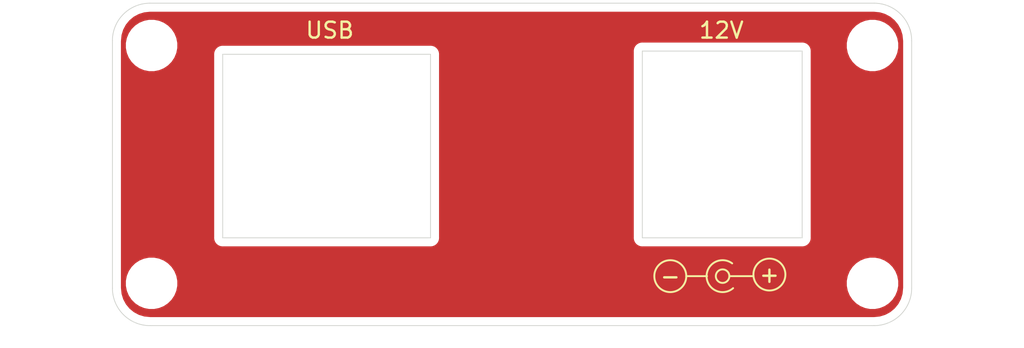
<source format=kicad_pcb>
(kicad_pcb (version 20171130) (host pcbnew "(5.1.10)-1")

  (general
    (thickness 1.6)
    (drawings 26)
    (tracks 0)
    (zones 0)
    (modules 4)
    (nets 1)
  )

  (page A4)
  (title_block
    (title "EL-Flatpanel Controller Rear")
    (date 2022-01-19)
    (rev 3.0)
    (comment 1 "Created by Joachim Stehle")
  )

  (layers
    (0 F.Cu signal)
    (31 B.Cu signal)
    (32 B.Adhes user)
    (33 F.Adhes user)
    (34 B.Paste user)
    (35 F.Paste user)
    (36 B.SilkS user)
    (37 F.SilkS user)
    (38 B.Mask user)
    (39 F.Mask user)
    (40 Dwgs.User user)
    (41 Cmts.User user hide)
    (42 Eco1.User user)
    (43 Eco2.User user)
    (44 Edge.Cuts user)
    (45 Margin user)
    (46 B.CrtYd user)
    (47 F.CrtYd user)
    (48 B.Fab user hide)
    (49 F.Fab user)
  )

  (setup
    (last_trace_width 0.25)
    (trace_clearance 0.2)
    (zone_clearance 0.508)
    (zone_45_only no)
    (trace_min 0.2)
    (via_size 0.8)
    (via_drill 0.4)
    (via_min_size 0.4)
    (via_min_drill 0.3)
    (uvia_size 0.3)
    (uvia_drill 0.1)
    (uvias_allowed no)
    (uvia_min_size 0.2)
    (uvia_min_drill 0.1)
    (edge_width 0.05)
    (segment_width 0.2)
    (pcb_text_width 0.3)
    (pcb_text_size 1.5 1.5)
    (mod_edge_width 0.12)
    (mod_text_size 1 1)
    (mod_text_width 0.15)
    (pad_size 2.2 2.2)
    (pad_drill 2.2)
    (pad_to_mask_clearance 0)
    (aux_axis_origin 0 0)
    (visible_elements 7FFFFFFF)
    (pcbplotparams
      (layerselection 0x010fc_ffffffff)
      (usegerberextensions true)
      (usegerberattributes false)
      (usegerberadvancedattributes false)
      (creategerberjobfile false)
      (excludeedgelayer true)
      (linewidth 0.100000)
      (plotframeref false)
      (viasonmask false)
      (mode 1)
      (useauxorigin false)
      (hpglpennumber 1)
      (hpglpenspeed 20)
      (hpglpendiameter 15.000000)
      (psnegative false)
      (psa4output false)
      (plotreference true)
      (plotvalue false)
      (plotinvisibletext false)
      (padsonsilk false)
      (subtractmaskfromsilk true)
      (outputformat 1)
      (mirror false)
      (drillshape 0)
      (scaleselection 1)
      (outputdirectory "Gerber/"))
  )

  (net 0 "")

  (net_class Default "This is the default net class."
    (clearance 0.2)
    (trace_width 0.25)
    (via_dia 0.8)
    (via_drill 0.4)
    (uvia_dia 0.3)
    (uvia_drill 0.1)
  )

  (module MountingHole:MountingHole_2.2mm_M2 (layer F.Cu) (tedit 56D1B4CB) (tstamp 61D78556)
    (at 133.75 105.25)
    (descr "Mounting Hole 2.2mm, no annular, M2")
    (tags "mounting hole 2.2mm no annular m2")
    (attr virtual)
    (fp_text reference REF** (at 0 -3.2) (layer F.SilkS) hide
      (effects (font (size 1 1) (thickness 0.15)))
    )
    (fp_text value MountingHole_2.2mm_M2 (at 0 3.2) (layer F.Fab)
      (effects (font (size 1 1) (thickness 0.15)))
    )
    (fp_circle (center 0 0) (end 2.2 0) (layer Cmts.User) (width 0.15))
    (fp_circle (center 0 0) (end 2.45 0) (layer F.CrtYd) (width 0.05))
    (fp_text user %R (at 0.3 0) (layer F.Fab)
      (effects (font (size 1 1) (thickness 0.15)))
    )
    (pad 1 np_thru_hole circle (at 0 0) (size 2.2 2.2) (drill 2.2) (layers *.Cu *.Mask))
  )

  (module MountingHole:MountingHole_2.2mm_M2 (layer F.Cu) (tedit 56D1B4CB) (tstamp 61D7852B)
    (at 178.85 105.25)
    (descr "Mounting Hole 2.2mm, no annular, M2")
    (tags "mounting hole 2.2mm no annular m2")
    (attr virtual)
    (fp_text reference REF** (at 0 -3.2) (layer F.SilkS) hide
      (effects (font (size 1 1) (thickness 0.15)))
    )
    (fp_text value MountingHole_2.2mm_M2 (at 0 3.2) (layer F.Fab)
      (effects (font (size 1 1) (thickness 0.15)))
    )
    (fp_circle (center 0 0) (end 2.2 0) (layer Cmts.User) (width 0.15))
    (fp_circle (center 0 0) (end 2.45 0) (layer F.CrtYd) (width 0.05))
    (fp_text user %R (at 0.3 0) (layer F.Fab)
      (effects (font (size 1 1) (thickness 0.15)))
    )
    (pad 1 np_thru_hole circle (at 0 0) (size 2.2 2.2) (drill 2.2) (layers *.Cu *.Mask))
  )

  (module MountingHole:MountingHole_2.2mm_M2 (layer F.Cu) (tedit 56D1B4CB) (tstamp 61D78500)
    (at 178.85 90.35)
    (descr "Mounting Hole 2.2mm, no annular, M2")
    (tags "mounting hole 2.2mm no annular m2")
    (attr virtual)
    (fp_text reference REF** (at 0 -3.2) (layer F.SilkS) hide
      (effects (font (size 1 1) (thickness 0.15)))
    )
    (fp_text value MountingHole_2.2mm_M2 (at 0 3.2) (layer F.Fab) hide
      (effects (font (size 1 1) (thickness 0.15)))
    )
    (fp_circle (center 0 0) (end 2.2 0) (layer Cmts.User) (width 0.15))
    (fp_circle (center 0 0) (end 2.45 0) (layer F.CrtYd) (width 0.05))
    (fp_text user %R (at 0.3 0) (layer F.Fab)
      (effects (font (size 1 1) (thickness 0.15)))
    )
    (pad 1 np_thru_hole circle (at 0 0) (size 2.2 2.2) (drill 2.2) (layers *.Cu *.Mask))
  )

  (module MountingHole:MountingHole_2.2mm_M2 (layer F.Cu) (tedit 56D1B4CB) (tstamp 61D78456)
    (at 133.75 90.35)
    (descr "Mounting Hole 2.2mm, no annular, M2")
    (tags "mounting hole 2.2mm no annular m2")
    (attr virtual)
    (fp_text reference REF** (at 0 -3.2) (layer F.SilkS) hide
      (effects (font (size 1 1) (thickness 0.15)))
    )
    (fp_text value MountingHole_2.2mm_M2 (at 0 3.2) (layer F.Fab)
      (effects (font (size 1 1) (thickness 0.15)))
    )
    (fp_circle (center 0 0) (end 2.2 0) (layer Cmts.User) (width 0.15))
    (fp_circle (center 0 0) (end 2.45 0) (layer F.CrtYd) (width 0.05))
    (fp_text user %R (at 0.3 0) (layer F.Fab)
      (effects (font (size 1 1) (thickness 0.15)))
    )
    (pad 1 np_thru_hole circle (at 0 0) (size 2.2 2.2) (drill 2.2) (layers *.Cu *.Mask))
  )

  (gr_line (start 167.2 104.8) (end 168.5 104.8) (layer F.SilkS) (width 0.12))
  (gr_text USB (at 144.9 89.4) (layer F.SilkS)
    (effects (font (size 1 1) (thickness 0.15)))
  )
  (gr_text 12V (at 169.4 89.4) (layer F.SilkS)
    (effects (font (size 1 1) (thickness 0.15)))
  )
  (gr_line (start 169.89501 104.8) (end 171.4 104.8) (layer F.SilkS) (width 0.12))
  (gr_circle (center 169.470747 104.8) (end 169.770746 105.1) (layer F.SilkS) (width 0.12))
  (gr_circle (center 166.2 104.8) (end 166.8 105.6) (layer F.SilkS) (width 0.12) (tstamp 61D73B96))
  (gr_text - (at 166.2 104.8) (layer F.SilkS) (tstamp 61D73B95)
    (effects (font (size 1 1) (thickness 0.15)))
  )
  (gr_arc (start 169.470747 104.8) (end 170.070746 104) (angle -258.0558228) (layer F.SilkS) (width 0.12))
  (gr_text + (at 172.4 104.7) (layer F.SilkS)
    (effects (font (size 1 1) (thickness 0.15)))
  )
  (gr_circle (center 172.4 104.7) (end 173 105.5) (layer F.SilkS) (width 0.12))
  (gr_line (start 164.45 102.4) (end 164.45 90.7) (layer Edge.Cuts) (width 0.05) (tstamp 61D73787))
  (gr_line (start 174.45 102.4) (end 164.45 102.4) (layer Edge.Cuts) (width 0.05))
  (gr_line (start 174.45 90.7) (end 174.45 102.4) (layer Edge.Cuts) (width 0.05))
  (gr_line (start 164.45 90.7) (end 174.45 90.7) (layer Edge.Cuts) (width 0.05))
  (gr_line (start 138.2 102.4) (end 138.2 90.9) (layer Edge.Cuts) (width 0.05) (tstamp 61D735D3))
  (gr_line (start 151.2 102.4) (end 138.2 102.4) (layer Edge.Cuts) (width 0.05))
  (gr_line (start 151.2 90.9) (end 151.2 102.4) (layer Edge.Cuts) (width 0.05))
  (gr_line (start 138.2 90.9) (end 151.2 90.9) (layer Edge.Cuts) (width 0.05))
  (gr_arc (start 133.65 105.55) (end 133.65 107.9) (angle 90) (layer Edge.Cuts) (width 0.05) (tstamp 61D6E29A))
  (gr_arc (start 178.95 105.55) (end 181.3 105.55) (angle 90) (layer Edge.Cuts) (width 0.05) (tstamp 61D6E1BC))
  (gr_arc (start 178.95 90.05) (end 178.95 87.7) (angle 90) (layer Edge.Cuts) (width 0.05) (tstamp 61D6E15C))
  (gr_arc (start 133.65 90.05) (end 131.3 90.05) (angle 90) (layer Edge.Cuts) (width 0.05))
  (gr_line (start 181.3 90.05) (end 181.3 105.55) (layer Edge.Cuts) (width 0.05) (tstamp 61D6DF74))
  (gr_line (start 131.3 90.05) (end 131.3 105.55) (layer Edge.Cuts) (width 0.05))
  (gr_line (start 133.65 107.9) (end 178.95 107.9) (layer Edge.Cuts) (width 0.05) (tstamp 61D6DEEF))
  (gr_line (start 133.65 87.7) (end 178.95 87.7) (layer Edge.Cuts) (width 0.05))

  (zone (net 0) (net_name "") (layer F.Cu) (tstamp 61E8E0AC) (hatch edge 0.508)
    (connect_pads (clearance 0.508))
    (min_thickness 0.254)
    (fill yes (arc_segments 32) (thermal_gap 0.508) (thermal_bridge_width 0.508))
    (polygon
      (pts
        (xy 181.4 108) (xy 131.2 108) (xy 131.2 87.6) (xy 181.4 87.5)
      )
    )
    (filled_polygon
      (pts
        (xy 179.277638 88.39529) (xy 179.592802 88.490444) (xy 179.883481 88.645) (xy 180.1386 88.853071) (xy 180.34845 89.106736)
        (xy 180.50503 89.396323) (xy 180.602383 89.71082) (xy 180.64 90.068721) (xy 180.640001 105.517712) (xy 180.60471 105.877638)
        (xy 180.509556 106.192802) (xy 180.355 106.483481) (xy 180.146929 106.7386) (xy 179.893264 106.94845) (xy 179.603673 107.105032)
        (xy 179.289181 107.202383) (xy 178.931279 107.24) (xy 133.682278 107.24) (xy 133.322362 107.20471) (xy 133.007198 107.109556)
        (xy 132.716519 106.955) (xy 132.4614 106.746929) (xy 132.25155 106.493264) (xy 132.094968 106.203673) (xy 131.997617 105.889181)
        (xy 131.96 105.531279) (xy 131.96 105.079117) (xy 132.015 105.079117) (xy 132.015 105.420883) (xy 132.081675 105.756081)
        (xy 132.212463 106.071831) (xy 132.402337 106.355998) (xy 132.644002 106.597663) (xy 132.928169 106.787537) (xy 133.243919 106.918325)
        (xy 133.579117 106.985) (xy 133.920883 106.985) (xy 134.256081 106.918325) (xy 134.571831 106.787537) (xy 134.855998 106.597663)
        (xy 135.097663 106.355998) (xy 135.287537 106.071831) (xy 135.418325 105.756081) (xy 135.485 105.420883) (xy 135.485 105.079117)
        (xy 177.115 105.079117) (xy 177.115 105.420883) (xy 177.181675 105.756081) (xy 177.312463 106.071831) (xy 177.502337 106.355998)
        (xy 177.744002 106.597663) (xy 178.028169 106.787537) (xy 178.343919 106.918325) (xy 178.679117 106.985) (xy 179.020883 106.985)
        (xy 179.356081 106.918325) (xy 179.671831 106.787537) (xy 179.955998 106.597663) (xy 180.197663 106.355998) (xy 180.387537 106.071831)
        (xy 180.518325 105.756081) (xy 180.585 105.420883) (xy 180.585 105.079117) (xy 180.518325 104.743919) (xy 180.387537 104.428169)
        (xy 180.197663 104.144002) (xy 179.955998 103.902337) (xy 179.671831 103.712463) (xy 179.356081 103.581675) (xy 179.020883 103.515)
        (xy 178.679117 103.515) (xy 178.343919 103.581675) (xy 178.028169 103.712463) (xy 177.744002 103.902337) (xy 177.502337 104.144002)
        (xy 177.312463 104.428169) (xy 177.181675 104.743919) (xy 177.115 105.079117) (xy 135.485 105.079117) (xy 135.418325 104.743919)
        (xy 135.287537 104.428169) (xy 135.097663 104.144002) (xy 134.855998 103.902337) (xy 134.571831 103.712463) (xy 134.256081 103.581675)
        (xy 133.920883 103.515) (xy 133.579117 103.515) (xy 133.243919 103.581675) (xy 132.928169 103.712463) (xy 132.644002 103.902337)
        (xy 132.402337 104.144002) (xy 132.212463 104.428169) (xy 132.081675 104.743919) (xy 132.015 105.079117) (xy 131.96 105.079117)
        (xy 131.96 90.179117) (xy 132.015 90.179117) (xy 132.015 90.520883) (xy 132.081675 90.856081) (xy 132.212463 91.171831)
        (xy 132.402337 91.455998) (xy 132.644002 91.697663) (xy 132.928169 91.887537) (xy 133.243919 92.018325) (xy 133.579117 92.085)
        (xy 133.920883 92.085) (xy 134.256081 92.018325) (xy 134.571831 91.887537) (xy 134.855998 91.697663) (xy 135.097663 91.455998)
        (xy 135.287537 91.171831) (xy 135.400133 90.9) (xy 137.536807 90.9) (xy 137.540001 90.932429) (xy 137.54 102.367581)
        (xy 137.536807 102.4) (xy 137.54955 102.529383) (xy 137.58729 102.653793) (xy 137.648575 102.76845) (xy 137.731052 102.868948)
        (xy 137.83155 102.951425) (xy 137.946207 103.01271) (xy 138.070617 103.05045) (xy 138.2 103.063193) (xy 138.232419 103.06)
        (xy 151.167581 103.06) (xy 151.2 103.063193) (xy 151.232419 103.06) (xy 151.329383 103.05045) (xy 151.453793 103.01271)
        (xy 151.56845 102.951425) (xy 151.668948 102.868948) (xy 151.751425 102.76845) (xy 151.81271 102.653793) (xy 151.85045 102.529383)
        (xy 151.863193 102.4) (xy 151.86 102.367581) (xy 151.86 90.932419) (xy 151.863193 90.9) (xy 151.85045 90.770617)
        (xy 151.829029 90.7) (xy 163.786807 90.7) (xy 163.790001 90.732429) (xy 163.79 102.367581) (xy 163.786807 102.4)
        (xy 163.79955 102.529383) (xy 163.83729 102.653793) (xy 163.898575 102.76845) (xy 163.981052 102.868948) (xy 164.08155 102.951425)
        (xy 164.196207 103.01271) (xy 164.320617 103.05045) (xy 164.45 103.063193) (xy 164.482419 103.06) (xy 174.417581 103.06)
        (xy 174.45 103.063193) (xy 174.482419 103.06) (xy 174.579383 103.05045) (xy 174.703793 103.01271) (xy 174.81845 102.951425)
        (xy 174.918948 102.868948) (xy 175.001425 102.76845) (xy 175.06271 102.653793) (xy 175.10045 102.529383) (xy 175.113193 102.4)
        (xy 175.11 102.367581) (xy 175.11 90.732419) (xy 175.113193 90.7) (xy 175.10045 90.570617) (xy 175.06271 90.446207)
        (xy 175.001425 90.33155) (xy 174.918948 90.231052) (xy 174.855666 90.179117) (xy 177.115 90.179117) (xy 177.115 90.520883)
        (xy 177.181675 90.856081) (xy 177.312463 91.171831) (xy 177.502337 91.455998) (xy 177.744002 91.697663) (xy 178.028169 91.887537)
        (xy 178.343919 92.018325) (xy 178.679117 92.085) (xy 179.020883 92.085) (xy 179.356081 92.018325) (xy 179.671831 91.887537)
        (xy 179.955998 91.697663) (xy 180.197663 91.455998) (xy 180.387537 91.171831) (xy 180.518325 90.856081) (xy 180.585 90.520883)
        (xy 180.585 90.179117) (xy 180.518325 89.843919) (xy 180.387537 89.528169) (xy 180.197663 89.244002) (xy 179.955998 89.002337)
        (xy 179.671831 88.812463) (xy 179.356081 88.681675) (xy 179.020883 88.615) (xy 178.679117 88.615) (xy 178.343919 88.681675)
        (xy 178.028169 88.812463) (xy 177.744002 89.002337) (xy 177.502337 89.244002) (xy 177.312463 89.528169) (xy 177.181675 89.843919)
        (xy 177.115 90.179117) (xy 174.855666 90.179117) (xy 174.81845 90.148575) (xy 174.703793 90.08729) (xy 174.579383 90.04955)
        (xy 174.482419 90.04) (xy 174.45 90.036807) (xy 174.417581 90.04) (xy 164.482419 90.04) (xy 164.45 90.036807)
        (xy 164.417581 90.04) (xy 164.320617 90.04955) (xy 164.196207 90.08729) (xy 164.08155 90.148575) (xy 163.981052 90.231052)
        (xy 163.898575 90.33155) (xy 163.83729 90.446207) (xy 163.79955 90.570617) (xy 163.786807 90.7) (xy 151.829029 90.7)
        (xy 151.81271 90.646207) (xy 151.751425 90.53155) (xy 151.668948 90.431052) (xy 151.56845 90.348575) (xy 151.453793 90.28729)
        (xy 151.329383 90.24955) (xy 151.232419 90.24) (xy 151.2 90.236807) (xy 151.167581 90.24) (xy 138.232419 90.24)
        (xy 138.2 90.236807) (xy 138.167581 90.24) (xy 138.070617 90.24955) (xy 137.946207 90.28729) (xy 137.83155 90.348575)
        (xy 137.731052 90.431052) (xy 137.648575 90.53155) (xy 137.58729 90.646207) (xy 137.54955 90.770617) (xy 137.536807 90.9)
        (xy 135.400133 90.9) (xy 135.418325 90.856081) (xy 135.485 90.520883) (xy 135.485 90.179117) (xy 135.418325 89.843919)
        (xy 135.287537 89.528169) (xy 135.097663 89.244002) (xy 134.855998 89.002337) (xy 134.571831 88.812463) (xy 134.256081 88.681675)
        (xy 133.920883 88.615) (xy 133.579117 88.615) (xy 133.243919 88.681675) (xy 132.928169 88.812463) (xy 132.644002 89.002337)
        (xy 132.402337 89.244002) (xy 132.212463 89.528169) (xy 132.081675 89.843919) (xy 132.015 90.179117) (xy 131.96 90.179117)
        (xy 131.96 90.082278) (xy 131.99529 89.722362) (xy 132.090444 89.407198) (xy 132.245 89.116519) (xy 132.453071 88.8614)
        (xy 132.706736 88.65155) (xy 132.996323 88.49497) (xy 133.31082 88.397617) (xy 133.668721 88.36) (xy 178.917722 88.36)
      )
    )
  )
)

</source>
